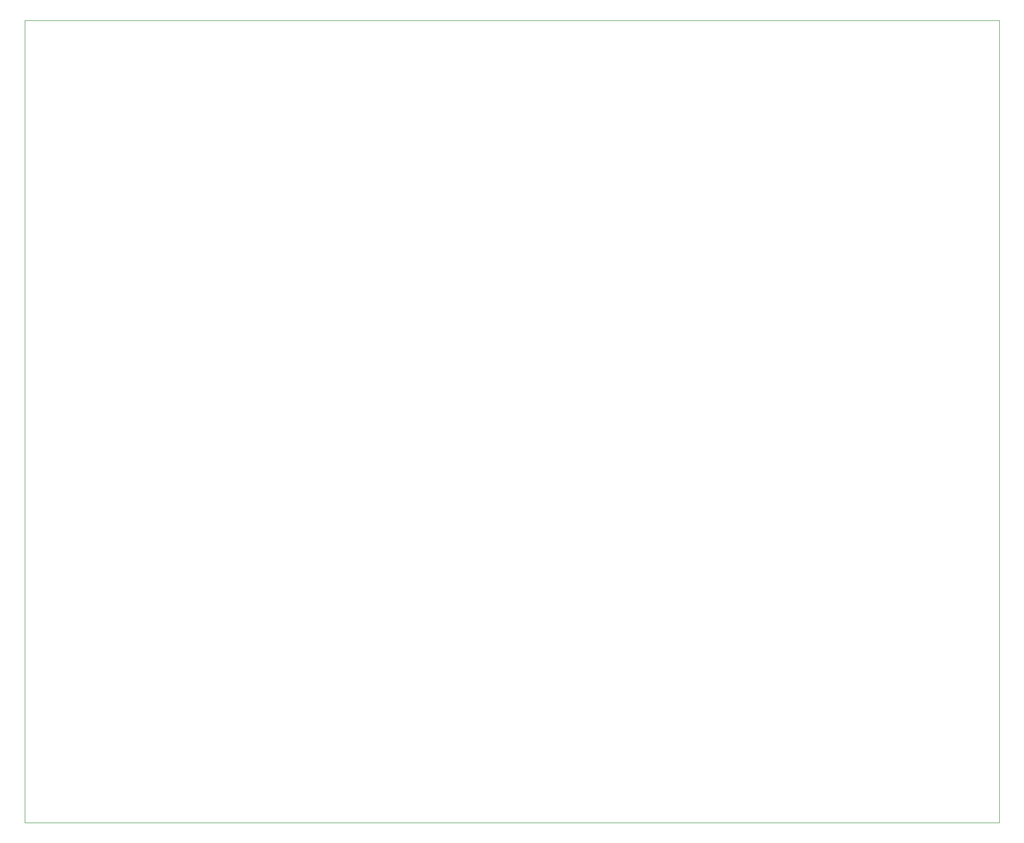
<source format=gm1>
%TF.GenerationSoftware,KiCad,Pcbnew,(5.1.10-1-10_14)*%
%TF.CreationDate,2022-05-12T12:23:04+03:00*%
%TF.ProjectId,Bipolar_transistor_tester_1.0,4269706f-6c61-4725-9f74-72616e736973,rev?*%
%TF.SameCoordinates,Original*%
%TF.FileFunction,Profile,NP*%
%FSLAX46Y46*%
G04 Gerber Fmt 4.6, Leading zero omitted, Abs format (unit mm)*
G04 Created by KiCad (PCBNEW (5.1.10-1-10_14)) date 2022-05-12 12:23:04*
%MOMM*%
%LPD*%
G01*
G04 APERTURE LIST*
%TA.AperFunction,Profile*%
%ADD10C,0.050000*%
%TD*%
G04 APERTURE END LIST*
D10*
X231100000Y-27300000D02*
X231100000Y-77300000D01*
X61100000Y-27300000D02*
X231100000Y-27300000D01*
X61100000Y-77300000D02*
X61100000Y-27300000D01*
X231100000Y-167300000D02*
X231100000Y-77300000D01*
X61100000Y-167300000D02*
X231100000Y-167300000D01*
X61100000Y-77300000D02*
X61100000Y-167300000D01*
M02*

</source>
